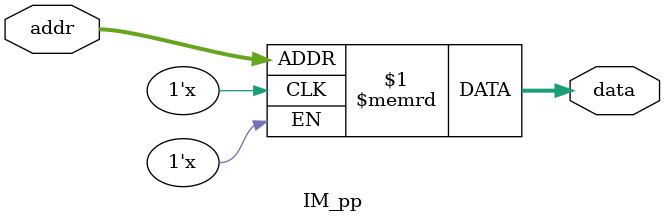
<source format=v>
module IM_pp(addr,data);
input [15:0] addr;
output [15:0] data;
integer i;
reg [15:0] IM [65535:0];


assign data=IM[addr];

endmodule


</source>
